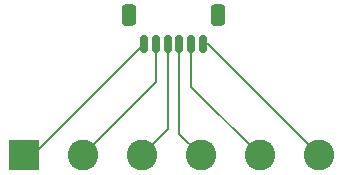
<source format=gtl>
%TF.GenerationSoftware,KiCad,Pcbnew,8.0.8*%
%TF.CreationDate,2025-02-10T19:39:04-08:00*%
%TF.ProjectId,Lidar Power Adapter,4c696461-7220-4506-9f77-657220416461,rev?*%
%TF.SameCoordinates,Original*%
%TF.FileFunction,Copper,L1,Top*%
%TF.FilePolarity,Positive*%
%FSLAX46Y46*%
G04 Gerber Fmt 4.6, Leading zero omitted, Abs format (unit mm)*
G04 Created by KiCad (PCBNEW 8.0.8) date 2025-02-10 19:39:04*
%MOMM*%
%LPD*%
G01*
G04 APERTURE LIST*
G04 Aperture macros list*
%AMRoundRect*
0 Rectangle with rounded corners*
0 $1 Rounding radius*
0 $2 $3 $4 $5 $6 $7 $8 $9 X,Y pos of 4 corners*
0 Add a 4 corners polygon primitive as box body*
4,1,4,$2,$3,$4,$5,$6,$7,$8,$9,$2,$3,0*
0 Add four circle primitives for the rounded corners*
1,1,$1+$1,$2,$3*
1,1,$1+$1,$4,$5*
1,1,$1+$1,$6,$7*
1,1,$1+$1,$8,$9*
0 Add four rect primitives between the rounded corners*
20,1,$1+$1,$2,$3,$4,$5,0*
20,1,$1+$1,$4,$5,$6,$7,0*
20,1,$1+$1,$6,$7,$8,$9,0*
20,1,$1+$1,$8,$9,$2,$3,0*%
G04 Aperture macros list end*
%TA.AperFunction,SMDPad,CuDef*%
%ADD10RoundRect,0.150000X-0.150000X-0.625000X0.150000X-0.625000X0.150000X0.625000X-0.150000X0.625000X0*%
%TD*%
%TA.AperFunction,SMDPad,CuDef*%
%ADD11RoundRect,0.250000X-0.350000X-0.650000X0.350000X-0.650000X0.350000X0.650000X-0.350000X0.650000X0*%
%TD*%
%TA.AperFunction,ComponentPad*%
%ADD12R,2.600000X2.600000*%
%TD*%
%TA.AperFunction,ComponentPad*%
%ADD13C,2.600000*%
%TD*%
%TA.AperFunction,Conductor*%
%ADD14C,0.200000*%
%TD*%
G04 APERTURE END LIST*
D10*
%TO.P,J1,1,1*%
%TO.N,Net-(J2-Pin_1)*%
X146200000Y-68097800D03*
%TO.P,J1,2,2*%
%TO.N,Net-(J2-Pin_2)*%
X147200000Y-68097800D03*
%TO.P,J1,3,3*%
%TO.N,Net-(J2-Pin_3)*%
X148200000Y-68097800D03*
%TO.P,J1,4,4*%
%TO.N,Net-(J2-Pin_4)*%
X149200000Y-68097800D03*
%TO.P,J1,5,5*%
%TO.N,Net-(J2-Pin_5)*%
X150200000Y-68097800D03*
%TO.P,J1,6,6*%
%TO.N,Net-(J2-Pin_6)*%
X151200000Y-68097800D03*
D11*
%TO.P,J1,MP*%
%TO.N,N/C*%
X144900000Y-65572800D03*
X152500000Y-65572800D03*
%TD*%
D12*
%TO.P,J2,1,Pin_1*%
%TO.N,Net-(J2-Pin_1)*%
X136000000Y-77500000D03*
D13*
%TO.P,J2,2,Pin_2*%
%TO.N,Net-(J2-Pin_2)*%
X141000000Y-77500000D03*
%TO.P,J2,3,Pin_3*%
%TO.N,Net-(J2-Pin_3)*%
X146000000Y-77500000D03*
%TO.P,J2,4,Pin_4*%
%TO.N,Net-(J2-Pin_4)*%
X151000000Y-77500000D03*
%TO.P,J2,5,Pin_5*%
%TO.N,Net-(J2-Pin_5)*%
X156000000Y-77500000D03*
%TO.P,J2,6,Pin_6*%
%TO.N,Net-(J2-Pin_6)*%
X161000000Y-77500000D03*
%TD*%
D14*
%TO.N,Net-(J2-Pin_4)*%
X149200000Y-75700000D02*
X149200000Y-68097800D01*
X149420000Y-68317800D02*
X149200000Y-68097800D01*
X151000000Y-77500000D02*
X149200000Y-75700000D01*
%TO.N,Net-(J2-Pin_2)*%
X147200000Y-71300000D02*
X147200000Y-68097800D01*
X141000000Y-77500000D02*
X147200000Y-71300000D01*
%TO.N,Net-(J2-Pin_6)*%
X151597800Y-68097800D02*
X151200000Y-68097800D01*
X161000000Y-77500000D02*
X151597800Y-68097800D01*
%TO.N,Net-(J2-Pin_1)*%
X136797800Y-77500000D02*
X146200000Y-68097800D01*
X136000000Y-77500000D02*
X136797800Y-77500000D01*
%TO.N,Net-(J2-Pin_5)*%
X150200000Y-71700000D02*
X150200000Y-68097800D01*
X156000000Y-77500000D02*
X150200000Y-71700000D01*
%TO.N,Net-(J2-Pin_3)*%
X146000000Y-77500000D02*
X148200000Y-75300000D01*
X148200000Y-75300000D02*
X148200000Y-68097800D01*
%TD*%
M02*

</source>
